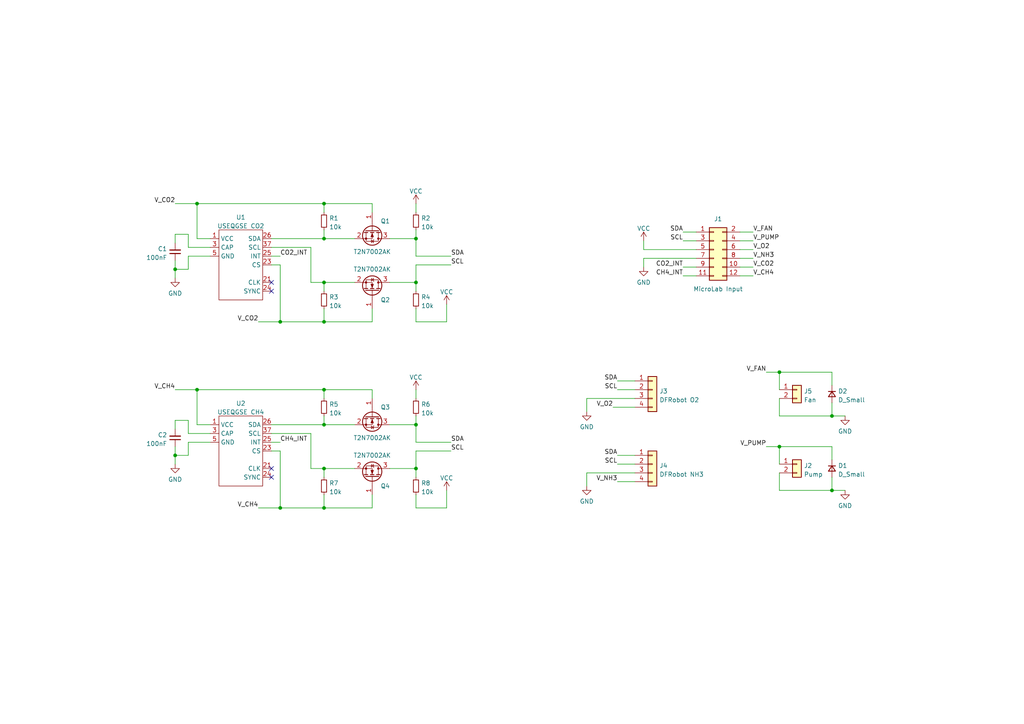
<source format=kicad_sch>
(kicad_sch (version 20211123) (generator eeschema)
  (paper "A4")
  (lib_symbols
    (symbol "Connector_Generic:Conn_01x02" (pin_names (offset 1.016) hide)
      (property "Reference" "J" (at 0 2.54 0))
      (property "Value" "Conn_01x02" (at 0 -5.08 0))
      (symbol "Conn_01x02_1_1"
        (rectangle (start -1.27 -2.413) (end 0 -2.667) (stroke (width 0.1524)))
        (rectangle (start -1.27 0.127) (end 0 -0.127) (stroke (width 0.1524)))
        (rectangle (start -1.27 1.27) (end 1.27 -3.81) (stroke (width 0.254)) (fill (type background)))
        (pin passive line (at -5.08 0 0) (length 3.81) (name "Pin_1") (number "1"))
        (pin passive line (at -5.08 -2.54 0) (length 3.81) (name "Pin_2") (number "2"))
      )
    )
    (symbol "Connector_Generic:Conn_01x04" (pin_names (offset 1.016) hide)
      (property "Reference" "J" (at 0 5.08 0))
      (property "Value" "Conn_01x04" (at 0 -7.62 0))
      (symbol "Conn_01x04_1_1"
        (rectangle (start -1.27 -4.953) (end 0 -5.207) (stroke (width 0.1524)))
        (rectangle (start -1.27 -2.413) (end 0 -2.667) (stroke (width 0.1524)))
        (rectangle (start -1.27 0.127) (end 0 -0.127) (stroke (width 0.1524)))
        (rectangle (start -1.27 2.667) (end 0 2.413) (stroke (width 0.1524)))
        (rectangle (start -1.27 3.81) (end 1.27 -6.35) (stroke (width 0.254)) (fill (type background)))
        (pin passive line (at -5.08 2.54 0) (length 3.81) (name "Pin_1") (number "1"))
        (pin passive line (at -5.08 0 0) (length 3.81) (name "Pin_2") (number "2"))
        (pin passive line (at -5.08 -2.54 0) (length 3.81) (name "Pin_3") (number "3"))
        (pin passive line (at -5.08 -5.08 0) (length 3.81) (name "Pin_4") (number "4"))
      )
    )
    (symbol "Connector_Generic:Conn_02x06_Odd_Even" (pin_names (offset 1.016) hide)
      (property "Reference" "J" (at 1.27 7.62 0))
      (property "Value" "Conn_02x06_Odd_Even" (at 1.27 -10.16 0))
      (symbol "Conn_02x06_Odd_Even_1_1"
        (rectangle (start -1.27 -7.493) (end 0 -7.747) (stroke (width 0.1524)))
        (rectangle (start -1.27 -4.953) (end 0 -5.207) (stroke (width 0.1524)))
        (rectangle (start -1.27 -2.413) (end 0 -2.667) (stroke (width 0.1524)))
        (rectangle (start -1.27 0.127) (end 0 -0.127) (stroke (width 0.1524)))
        (rectangle (start -1.27 2.667) (end 0 2.413) (stroke (width 0.1524)))
        (rectangle (start -1.27 5.207) (end 0 4.953) (stroke (width 0.1524)))
        (rectangle (start -1.27 6.35) (end 3.81 -8.89) (stroke (width 0.254)) (fill (type background)))
        (rectangle (start 3.81 -7.493) (end 2.54 -7.747) (stroke (width 0.1524)))
        (rectangle (start 3.81 -4.953) (end 2.54 -5.207) (stroke (width 0.1524)))
        (rectangle (start 3.81 -2.413) (end 2.54 -2.667) (stroke (width 0.1524)))
        (rectangle (start 3.81 0.127) (end 2.54 -0.127) (stroke (width 0.1524)))
        (rectangle (start 3.81 2.667) (end 2.54 2.413) (stroke (width 0.1524)))
        (rectangle (start 3.81 5.207) (end 2.54 4.953) (stroke (width 0.1524)))
        (pin passive line (at -5.08 5.08 0) (length 3.81) (name "Pin_1") (number "1"))
        (pin passive line (at 7.62 -5.08 180) (length 3.81) (name "Pin_10") (number "10"))
        (pin passive line (at -5.08 -7.62 0) (length 3.81) (name "Pin_11") (number "11"))
        (pin passive line (at 7.62 -7.62 180) (length 3.81) (name "Pin_12") (number "12"))
        (pin passive line (at 7.62 5.08 180) (length 3.81) (name "Pin_2") (number "2"))
        (pin passive line (at -5.08 2.54 0) (length 3.81) (name "Pin_3") (number "3"))
        (pin passive line (at 7.62 2.54 180) (length 3.81) (name "Pin_4") (number "4"))
        (pin passive line (at -5.08 0 0) (length 3.81) (name "Pin_5") (number "5"))
        (pin passive line (at 7.62 0 180) (length 3.81) (name "Pin_6") (number "6"))
        (pin passive line (at -5.08 -2.54 0) (length 3.81) (name "Pin_7") (number "7"))
        (pin passive line (at 7.62 -2.54 180) (length 3.81) (name "Pin_8") (number "8"))
        (pin passive line (at -5.08 -5.08 0) (length 3.81) (name "Pin_9") (number "9"))
      )
    )
    (symbol "Device:C_Small" (pin_numbers hide) (pin_names (offset 0.254) hide)
      (property "Reference" "C" (at 0.254 1.778 0))
      (property "Value" "C_Small" (at 0.254 -2.032 0))
      (symbol "C_Small_0_1"
        (polyline (pts (xy -1.524 -0.508) (xy 1.524 -0.508)) (stroke (width 0.3302)))
        (polyline (pts (xy -1.524 0.508) (xy 1.524 0.508)) (stroke (width 0.3048)))
      )
      (symbol "C_Small_1_1"
        (pin passive line (at 0 2.54 270) (length 2.032) (name "~") (number "1"))
        (pin passive line (at 0 -2.54 90) (length 2.032) (name "~") (number "2"))
      )
    )
    (symbol "Device:D_Small" (pin_numbers hide) (pin_names (offset 0.254) hide)
      (property "Reference" "D" (at -1.27 2.032 0))
      (property "Value" "D_Small" (at -3.81 -2.032 0))
      (symbol "D_Small_0_1"
        (polyline (pts (xy -0.762 -1.016) (xy -0.762 1.016)) (stroke (width 0.254)))
        (polyline (pts (xy -0.762 0) (xy 0.762 0)))
        (polyline (pts (xy 0.762 -1.016) (xy -0.762 0) (xy 0.762 1.016) (xy 0.762 -1.016)) (stroke (width 0.254)))
      )
      (symbol "D_Small_1_1"
        (pin passive line (at -2.54 0 0) (length 1.778) (name "K") (number "1"))
        (pin passive line (at 2.54 0 180) (length 1.778) (name "A") (number "2"))
      )
    )
    (symbol "Device:R_Small" (pin_numbers hide) (pin_names (offset 0.254) hide)
      (property "Reference" "R" (at 0.762 0.508 0))
      (property "Value" "R_Small" (at 0.762 -1.016 0))
      (symbol "R_Small_0_1"
        (rectangle (start -0.762 1.778) (end 0.762 -1.778) (stroke (width 0.2032)))
      )
      (symbol "R_Small_1_1"
        (pin passive line (at 0 2.54 270) (length 0.762) (name "~") (number "1"))
        (pin passive line (at 0 -2.54 90) (length 0.762) (name "~") (number "2"))
      )
    )
    (symbol "Transistor_FET:BSS138" (pin_names hide)
      (property "Reference" "Q" (at 5.08 1.905 0))
      (property "Value" "BSS138" (at 5.08 0 0))
      (symbol "BSS138_0_1"
        (polyline (pts (xy 0.254 0) (xy -2.54 0)))
        (polyline (pts (xy 0.254 1.905) (xy 0.254 -1.905)) (stroke (width 0.254)))
        (polyline (pts (xy 0.762 -1.27) (xy 0.762 -2.286)) (stroke (width 0.254)))
        (polyline (pts (xy 0.762 0.508) (xy 0.762 -0.508)) (stroke (width 0.254)))
        (polyline (pts (xy 0.762 2.286) (xy 0.762 1.27)) (stroke (width 0.254)))
        (polyline (pts (xy 2.54 2.54) (xy 2.54 1.778)))
        (polyline (pts (xy 2.54 -2.54) (xy 2.54 0) (xy 0.762 0)))
        (polyline (pts (xy 0.762 -1.778) (xy 3.302 -1.778) (xy 3.302 1.778) (xy 0.762 1.778)))
        (polyline (pts (xy 1.016 0) (xy 2.032 0.381) (xy 2.032 -0.381) (xy 1.016 0)) (fill (type outline)))
        (polyline (pts (xy 2.794 0.508) (xy 2.921 0.381) (xy 3.683 0.381) (xy 3.81 0.254)))
        (polyline (pts (xy 3.302 0.381) (xy 2.921 -0.254) (xy 3.683 -0.254) (xy 3.302 0.381)))
        (circle (center 1.651 0) (radius 2.794) (stroke (width 0.254)))
        (circle (center 2.54 -1.778) (radius 0.254) (fill (type outline)))
        (circle (center 2.54 1.778) (radius 0.254) (fill (type outline)))
      )
      (symbol "BSS138_1_1"
        (pin input line (at -5.08 0 0) (length 2.54) (name "G") (number "1"))
        (pin passive line (at 2.54 -5.08 90) (length 2.54) (name "S") (number "2"))
        (pin passive line (at 2.54 5.08 270) (length 2.54) (name "D") (number "3"))
      )
    )
    (symbol "USEQGSE:USEQGSE"
      (property "Reference" "U" (at 0 13.97 0))
      (property "Value" "USEQGSE" (at 0 11.43 0))
      (symbol "USEQGSE_0_1"
        (rectangle (start -6.35 10.16) (end 6.35 -10.16) (stroke (width 0.1524)))
      )
      (symbol "USEQGSE_1_1"
        (pin power_in line (at -8.89 7.62 0) (length 2.54) (name "VCC") (number "1"))
        (pin passive line (at -8.89 2.54 0) (length 2.54) hide (name "GND") (number "17"))
        (pin passive line (at -8.89 2.54 0) (length 2.54) hide (name "GND") (number "19"))
        (pin bidirectional line (at 8.89 -5.08 180) (length 2.54) (name "CLK") (number "21"))
        (pin input line (at 8.89 0 180) (length 2.54) (name "CS") (number "23"))
        (pin bidirectional line (at 8.89 -7.62 180) (length 2.54) (name "SYNC") (number "24"))
        (pin output line (at 8.89 2.54 180) (length 2.54) (name "INT") (number "25"))
        (pin bidirectional line (at 8.89 7.62 180) (length 2.54) (name "SDA") (number "26"))
        (pin passive line (at -8.89 2.54 0) (length 2.54) hide (name "GND") (number "28"))
        (pin passive line (at -8.89 2.54 0) (length 2.54) hide (name "GND") (number "29"))
        (pin power_in line (at -8.89 5.08 0) (length 2.54) (name "CAP") (number "3"))
        (pin passive line (at -8.89 2.54 0) (length 2.54) hide (name "GND") (number "30"))
        (pin input line (at 8.89 5.08 180) (length 2.54) (name "SCL") (number "37"))
        (pin power_in line (at -8.89 2.54 0) (length 2.54) (name "GND") (number "5"))
        (pin passive line (at -8.89 2.54 0) (length 2.54) hide (name "GND") (number "7"))
      )
    )
    (symbol "power:GND" (power) (pin_names (offset 0))
      (property "Value" "GND" (at 0 -3.81 0))
      (symbol "GND_0_1"
        (polyline (pts (xy 0 0) (xy 0 -1.27) (xy 1.27 -1.27) (xy 0 -2.54) (xy -1.27 -1.27) (xy 0 -1.27)))
      )
      (symbol "GND_1_1"
        (pin power_in line (at 0 0 270) (length 0) hide (name "GND") (number "1"))
      )
    )
    (symbol "power:VCC" (power) (pin_names (offset 0))
      (property "Value" "VCC" (at 0 3.81 0))
      (symbol "VCC_0_1"
        (polyline (pts (xy -0.762 1.27) (xy 0 2.54)))
        (polyline (pts (xy 0 0) (xy 0 2.54)))
        (polyline (pts (xy 0 2.54) (xy 0.762 1.27)))
      )
      (symbol "VCC_1_1"
        (pin power_in line (at 0 0 90) (length 0) hide (name "VCC") (number "1"))
      )
    )
  )
  (junction (at 57.15 113.03))
  (junction (at 120.65 135.89))
  (junction (at 93.98 113.03))
  (junction (at 93.98 135.89))
  (junction (at 93.98 147.32))
  (junction (at 120.65 81.915))
  (junction (at 93.98 123.19))
  (junction (at 226.06 129.54))
  (junction (at 81.28 147.32))
  (junction (at 226.06 107.95))
  (junction (at 120.65 69.215))
  (junction (at 241.3 120.65))
  (junction (at 120.65 123.19))
  (junction (at 57.15 59.055))
  (junction (at 93.98 59.055))
  (junction (at 50.8 132.08))
  (junction (at 81.28 93.345))
  (junction (at 50.8 78.105))
  (junction (at 241.3 142.24))
  (junction (at 93.98 69.215))
  (junction (at 93.98 93.345))
  (junction (at 93.98 81.915))
  (no_connect (at 78.74 81.915))
  (no_connect (at 78.74 84.455))
  (no_connect (at 78.74 135.89))
  (no_connect (at 78.74 138.43))
  (wire (pts (xy 113.03 69.215) (xy 120.65 69.215)))
  (wire (pts (xy 57.15 113.03) (xy 93.98 113.03)))
  (wire (pts (xy 60.96 128.27) (xy 54.61 128.27)))
  (wire (pts (xy 57.15 123.19) (xy 57.15 113.03)))
  (wire (pts (xy 241.3 111.76) (xy 241.3 107.95)))
  (wire (pts (xy 50.8 78.105) (xy 50.8 80.645)))
  (wire (pts (xy 120.65 74.295) (xy 130.81 74.295)))
  (wire (pts (xy 107.95 59.055) (xy 107.95 61.595)))
  (wire (pts (xy 81.28 130.81) (xy 81.28 147.32)))
  (wire (pts (xy 74.93 147.32) (xy 81.28 147.32)))
  (wire (pts (xy 78.74 123.19) (xy 93.98 123.19)))
  (wire (pts (xy 78.74 130.81) (xy 81.28 130.81)))
  (wire (pts (xy 214.63 69.85) (xy 218.44 69.85)))
  (wire (pts (xy 241.3 120.65) (xy 245.11 120.65)))
  (wire (pts (xy 54.61 125.73) (xy 54.61 121.92)))
  (wire (pts (xy 184.15 137.16) (xy 170.18 137.16)))
  (wire (pts (xy 113.03 135.89) (xy 120.65 135.89)))
  (wire (pts (xy 241.3 138.43) (xy 241.3 142.24)))
  (wire (pts (xy 107.95 93.345) (xy 93.98 93.345)))
  (wire (pts (xy 50.8 121.92) (xy 50.8 124.46)))
  (wire (pts (xy 107.95 143.51) (xy 107.95 147.32)))
  (wire (pts (xy 186.69 72.39) (xy 201.93 72.39)))
  (wire (pts (xy 93.98 135.89) (xy 102.87 135.89)))
  (wire (pts (xy 170.18 137.16) (xy 170.18 140.97)))
  (wire (pts (xy 214.63 80.01) (xy 218.44 80.01)))
  (wire (pts (xy 226.06 129.54) (xy 226.06 134.62)))
  (wire (pts (xy 93.98 113.03) (xy 107.95 113.03)))
  (wire (pts (xy 130.81 76.835) (xy 120.65 76.835)))
  (wire (pts (xy 93.98 59.055) (xy 93.98 61.595)))
  (wire (pts (xy 214.63 77.47) (xy 218.44 77.47)))
  (wire (pts (xy 241.3 133.35) (xy 241.3 129.54)))
  (wire (pts (xy 226.06 120.65) (xy 241.3 120.65)))
  (wire (pts (xy 54.61 74.295) (xy 54.61 78.105)))
  (wire (pts (xy 241.3 116.84) (xy 241.3 120.65)))
  (wire (pts (xy 120.65 135.89) (xy 120.65 138.43)))
  (wire (pts (xy 50.8 132.08) (xy 50.8 134.62)))
  (wire (pts (xy 198.12 69.85) (xy 201.93 69.85)))
  (wire (pts (xy 60.96 125.73) (xy 54.61 125.73)))
  (wire (pts (xy 201.93 74.93) (xy 186.69 74.93)))
  (wire (pts (xy 78.74 128.27) (xy 81.28 128.27)))
  (wire (pts (xy 184.15 115.57) (xy 170.18 115.57)))
  (wire (pts (xy 54.61 67.945) (xy 50.8 67.945)))
  (wire (pts (xy 50.8 113.03) (xy 57.15 113.03)))
  (wire (pts (xy 54.61 128.27) (xy 54.61 132.08)))
  (wire (pts (xy 90.17 135.89) (xy 93.98 135.89)))
  (wire (pts (xy 60.96 71.755) (xy 54.61 71.755)))
  (wire (pts (xy 120.65 123.19) (xy 120.65 128.27)))
  (wire (pts (xy 186.69 74.93) (xy 186.69 77.47)))
  (wire (pts (xy 93.98 59.055) (xy 107.95 59.055)))
  (wire (pts (xy 57.15 59.055) (xy 93.98 59.055)))
  (wire (pts (xy 107.95 113.03) (xy 107.95 115.57)))
  (wire (pts (xy 214.63 67.31) (xy 218.44 67.31)))
  (wire (pts (xy 179.07 132.08) (xy 184.15 132.08)))
  (wire (pts (xy 226.06 142.24) (xy 241.3 142.24)))
  (wire (pts (xy 74.93 93.345) (xy 81.28 93.345)))
  (wire (pts (xy 50.8 132.08) (xy 54.61 132.08)))
  (wire (pts (xy 50.8 132.08) (xy 50.8 129.54)))
  (wire (pts (xy 78.74 71.755) (xy 90.17 71.755)))
  (wire (pts (xy 120.65 130.81) (xy 120.65 135.89)))
  (wire (pts (xy 120.65 89.535) (xy 120.65 93.345)))
  (wire (pts (xy 50.8 78.105) (xy 50.8 75.565)))
  (wire (pts (xy 179.07 110.49) (xy 184.15 110.49)))
  (wire (pts (xy 93.98 138.43) (xy 93.98 135.89)))
  (wire (pts (xy 78.74 69.215) (xy 93.98 69.215)))
  (wire (pts (xy 93.98 69.215) (xy 102.87 69.215)))
  (wire (pts (xy 226.06 107.95) (xy 241.3 107.95)))
  (wire (pts (xy 170.18 115.57) (xy 170.18 119.38)))
  (wire (pts (xy 120.65 69.215) (xy 120.65 66.675)))
  (wire (pts (xy 120.65 81.915) (xy 120.65 84.455)))
  (wire (pts (xy 129.54 142.24) (xy 129.54 147.32)))
  (wire (pts (xy 107.95 89.535) (xy 107.95 93.345)))
  (wire (pts (xy 93.98 113.03) (xy 93.98 115.57)))
  (wire (pts (xy 54.61 121.92) (xy 50.8 121.92)))
  (wire (pts (xy 179.07 134.62) (xy 184.15 134.62)))
  (wire (pts (xy 130.81 130.81) (xy 120.65 130.81)))
  (wire (pts (xy 93.98 143.51) (xy 93.98 147.32)))
  (wire (pts (xy 78.74 74.295) (xy 81.28 74.295)))
  (wire (pts (xy 179.07 113.03) (xy 184.15 113.03)))
  (wire (pts (xy 198.12 77.47) (xy 201.93 77.47)))
  (wire (pts (xy 226.06 137.16) (xy 226.06 142.24)))
  (wire (pts (xy 222.25 107.95) (xy 226.06 107.95)))
  (wire (pts (xy 93.98 89.535) (xy 93.98 93.345)))
  (wire (pts (xy 90.17 71.755) (xy 90.17 81.915)))
  (wire (pts (xy 120.65 128.27) (xy 130.81 128.27)))
  (wire (pts (xy 218.44 72.39) (xy 214.63 72.39)))
  (wire (pts (xy 226.06 129.54) (xy 241.3 129.54)))
  (wire (pts (xy 93.98 81.915) (xy 102.87 81.915)))
  (wire (pts (xy 120.65 76.835) (xy 120.65 81.915)))
  (wire (pts (xy 226.06 107.95) (xy 226.06 113.03)))
  (wire (pts (xy 107.95 147.32) (xy 93.98 147.32)))
  (wire (pts (xy 93.98 123.19) (xy 102.87 123.19)))
  (wire (pts (xy 120.65 147.32) (xy 129.54 147.32)))
  (wire (pts (xy 81.28 93.345) (xy 93.98 93.345)))
  (wire (pts (xy 120.65 143.51) (xy 120.65 147.32)))
  (wire (pts (xy 113.03 123.19) (xy 120.65 123.19)))
  (wire (pts (xy 120.65 69.215) (xy 120.65 74.295)))
  (wire (pts (xy 90.17 125.73) (xy 90.17 135.89)))
  (wire (pts (xy 60.96 74.295) (xy 54.61 74.295)))
  (wire (pts (xy 198.12 67.31) (xy 201.93 67.31)))
  (wire (pts (xy 81.28 76.835) (xy 81.28 93.345)))
  (wire (pts (xy 241.3 142.24) (xy 245.11 142.24)))
  (wire (pts (xy 179.07 139.7) (xy 184.15 139.7)))
  (wire (pts (xy 120.65 93.345) (xy 129.54 93.345)))
  (wire (pts (xy 222.25 129.54) (xy 226.06 129.54)))
  (wire (pts (xy 78.74 76.835) (xy 81.28 76.835)))
  (wire (pts (xy 186.69 69.85) (xy 186.69 72.39)))
  (wire (pts (xy 50.8 67.945) (xy 50.8 70.485)))
  (wire (pts (xy 129.54 88.265) (xy 129.54 93.345)))
  (wire (pts (xy 113.03 81.915) (xy 120.65 81.915)))
  (wire (pts (xy 198.12 80.01) (xy 201.93 80.01)))
  (wire (pts (xy 120.65 113.03) (xy 120.65 115.57)))
  (wire (pts (xy 226.06 115.57) (xy 226.06 120.65)))
  (wire (pts (xy 214.63 74.93) (xy 218.44 74.93)))
  (wire (pts (xy 90.17 81.915) (xy 93.98 81.915)))
  (wire (pts (xy 120.65 59.055) (xy 120.65 61.595)))
  (wire (pts (xy 54.61 71.755) (xy 54.61 67.945)))
  (wire (pts (xy 57.15 69.215) (xy 57.15 59.055)))
  (wire (pts (xy 50.8 59.055) (xy 57.15 59.055)))
  (wire (pts (xy 93.98 120.65) (xy 93.98 123.19)))
  (wire (pts (xy 93.98 66.675) (xy 93.98 69.215)))
  (wire (pts (xy 120.65 123.19) (xy 120.65 120.65)))
  (wire (pts (xy 78.74 125.73) (xy 90.17 125.73)))
  (wire (pts (xy 50.8 78.105) (xy 54.61 78.105)))
  (wire (pts (xy 177.8 118.11) (xy 184.15 118.11)))
  (wire (pts (xy 93.98 84.455) (xy 93.98 81.915)))
  (wire (pts (xy 60.96 69.215) (xy 57.15 69.215)))
  (wire (pts (xy 81.28 147.32) (xy 93.98 147.32)))
  (wire (pts (xy 60.96 123.19) (xy 57.15 123.19)))
  (label "V_O2" (at 218.44 72.39 0))
  (label "CH4_INT" (at 198.12 80.01 180))
  (label "V_FAN" (at 218.44 67.31 0))
  (label "SCL" (at 130.81 76.835 0))
  (label "SDA" (at 179.07 132.08 180))
  (label "V_CH4" (at 74.93 147.32 180))
  (label "V_CO2" (at 74.93 93.345 180))
  (label "SDA" (at 179.07 110.49 180))
  (label "CH4_INT" (at 81.28 128.27 0))
  (label "V_FAN" (at 222.25 107.95 180))
  (label "SCL" (at 179.07 113.03 180))
  (label "V_CH4" (at 218.44 80.01 0))
  (label "V_CO2" (at 50.8 59.055 180))
  (label "V_CH4" (at 50.8 113.03 180))
  (label "V_O2" (at 177.8 118.11 180))
  (label "V_PUMP" (at 218.44 69.85 0))
  (label "V_NH3" (at 179.07 139.7 180))
  (label "SCL" (at 198.12 69.85 180))
  (label "V_CO2" (at 218.44 77.47 0))
  (label "V_NH3" (at 218.44 74.93 0))
  (label "CO2_INT" (at 198.12 77.47 180))
  (label "SCL" (at 179.07 134.62 180))
  (label "CO2_INT" (at 81.28 74.295 0))
  (label "SDA" (at 130.81 74.295 0))
  (label "SDA" (at 198.12 67.31 180))
  (label "SDA" (at 130.81 128.27 0))
  (label "V_PUMP" (at 222.25 129.54 180))
  (label "SCL" (at 130.81 130.81 0))
  (symbol (lib_id "power:VCC") (at 129.54 88.265 0) (unit 1)
    (property "Reference" "#PWR0105" (effects hide))
    (property "Value" "VCC" (at 129.54 84.6892 0))
  )
  (symbol (lib_id "Device:C_Small") (at 50.8 73.025 0) (mirror x) (unit 1)
    (property "Reference" "C1" (at 48.4759 72.1839 0) (effects (justify right)))
    (property "Value" "100nF" (at 48.4759 74.7208 0) (effects (justify right)))
    (property "Footprint" "Capacitor_SMD:C_0603_1608Metric" (effects hide))
  )
  (symbol (lib_id "Transistor_FET:BSS138") (at 107.95 120.65 270) (unit 1)
    (property "Reference" "Q3" (at 111.76 118.11 90))
    (property "Value" "T2N7002AK" (at 107.95 127 90))
    (property "Footprint" "Package_TO_SOT_SMD:SOT-23" (effects hide))
    (property "Datasheet" "https://www.onsemi.com/pub/Collateral/BSS138-D.PDF" (effects hide))
  )
  (symbol (lib_id "Device:R_Small") (at 93.98 86.995 0) (unit 1)
    (property "Reference" "R3" (at 95.4786 86.1603 0) (effects (justify left)))
    (property "Value" "10k" (at 95.4786 88.6972 0) (effects (justify left)))
    (property "Footprint" "Resistor_SMD:R_0603_1608Metric" (effects hide))
  )
  (symbol (lib_id "Device:C_Small") (at 50.8 127 0) (mirror x) (unit 1)
    (property "Reference" "C2" (at 48.4759 126.1589 0) (effects (justify right)))
    (property "Value" "100nF" (at 48.4759 128.6958 0) (effects (justify right)))
    (property "Footprint" "Capacitor_SMD:C_0603_1608Metric" (effects hide))
  )
  (symbol (lib_id "Connector_Generic:Conn_01x04") (at 189.23 113.03 0) (unit 1)
    (property "Reference" "J3" (at 191.262 113.4653 0) (effects (justify left)))
    (property "Value" "DFRobot O2" (at 191.262 116.0022 0) (effects (justify left)))
    (property "Footprint" "Connector_PinSocket_2.54mm:PinSocket_1x04_P2.54mm_Vertical" (effects hide))
  )
  (symbol (lib_id "power:GND") (at 245.11 142.24 0) (unit 1)
    (property "Reference" "#PWR0101" (effects hide))
    (property "Value" "GND" (at 245.11 146.6834 0))
  )
  (symbol (lib_id "power:VCC") (at 120.65 59.055 0) (unit 1)
    (property "Reference" "#PWR0106" (effects hide))
    (property "Value" "VCC" (at 120.65 55.4792 0))
  )
  (symbol (lib_id "power:GND") (at 170.18 119.38 0) (unit 1)
    (property "Reference" "#PWR0102" (effects hide))
    (property "Value" "GND" (at 170.18 123.8234 0))
  )
  (symbol (lib_id "Device:D_Small") (at 241.3 135.89 270) (unit 1)
    (property "Reference" "D1" (at 243.078 135.0553 90) (effects (justify left)))
    (property "Value" "D_Small" (at 243.078 137.5922 90) (effects (justify left)))
    (property "Footprint" "Diode_SMD:D_0603_1608Metric" (effects hide))
  )
  (symbol (lib_id "power:GND") (at 50.8 80.645 0) (unit 1)
    (property "Reference" "#PWR0107" (effects hide))
    (property "Value" "GND" (at 50.8 85.0884 0))
  )
  (symbol (lib_id "Device:D_Small") (at 241.3 114.3 270) (unit 1)
    (property "Reference" "D2" (at 243.078 113.4653 90) (effects (justify left)))
    (property "Value" "D_Small" (at 243.078 116.0022 90) (effects (justify left)))
    (property "Footprint" "Diode_SMD:D_0603_1608Metric" (effects hide))
  )
  (symbol (lib_id "power:VCC") (at 129.54 142.24 0) (unit 1)
    (property "Reference" "#PWR0109" (effects hide))
    (property "Value" "VCC" (at 129.54 138.6642 0))
  )
  (symbol (lib_id "power:GND") (at 50.8 134.62 0) (unit 1)
    (property "Reference" "#PWR0110" (effects hide))
    (property "Value" "GND" (at 50.8 139.0634 0))
  )
  (symbol (lib_id "Device:R_Small") (at 120.65 86.995 0) (unit 1)
    (property "Reference" "R4" (at 122.1486 86.1603 0) (effects (justify left)))
    (property "Value" "10k" (at 122.1486 88.6972 0) (effects (justify left)))
    (property "Footprint" "Resistor_SMD:R_0603_1608Metric" (effects hide))
  )
  (symbol (lib_id "Transistor_FET:BSS138") (at 107.95 138.43 270) (mirror x) (unit 1)
    (property "Reference" "Q4" (at 111.76 140.97 90))
    (property "Value" "T2N7002AK" (at 107.95 132.08 90))
    (property "Footprint" "Package_TO_SOT_SMD:SOT-23" (effects hide))
    (property "Datasheet" "https://www.onsemi.com/pub/Collateral/BSS138-D.PDF" (effects hide))
  )
  (symbol (lib_id "power:VCC") (at 120.65 113.03 0) (unit 1)
    (property "Reference" "#PWR0108" (effects hide))
    (property "Value" "VCC" (at 120.65 109.4542 0))
  )
  (symbol (lib_id "USEQGSE:USEQGSE") (at 69.85 130.81 0) (unit 1)
    (property "Reference" "U2" (at 69.85 117.001 0))
    (property "Value" "USEQGSE CH4" (at 69.85 119.5379 0))
    (property "Footprint" "USEQGSE:USEQGSE" (effects hide))
  )
  (symbol (lib_id "Connector_Generic:Conn_02x06_Odd_Even") (at 207.01 72.39 0) (unit 1)
    (property "Reference" "J1" (at 208.28 63.5 0))
    (property "Value" "MicroLab Input" (at 208.28 83.82 0))
    (property "Footprint" "Connector_PinSocket_2.54mm:PinSocket_2x06_P2.54mm_Vertical" (effects hide))
  )
  (symbol (lib_id "Transistor_FET:BSS138") (at 107.95 84.455 270) (mirror x) (unit 1)
    (property "Reference" "Q2" (at 111.76 86.995 90))
    (property "Value" "T2N7002AK" (at 107.95 78.105 90))
    (property "Footprint" "Package_TO_SOT_SMD:SOT-23" (effects hide))
    (property "Datasheet" "https://www.onsemi.com/pub/Collateral/BSS138-D.PDF" (effects hide))
  )
  (symbol (lib_id "power:GND") (at 170.18 140.97 0) (unit 1)
    (property "Reference" "#PWR0111" (effects hide))
    (property "Value" "GND" (at 170.18 145.4134 0))
  )
  (symbol (lib_id "power:GND") (at 245.11 120.65 0) (unit 1)
    (property "Reference" "#PWR0112" (effects hide))
    (property "Value" "GND" (at 245.11 125.0934 0))
  )
  (symbol (lib_id "Connector_Generic:Conn_01x02") (at 231.14 134.62 0) (unit 1)
    (property "Reference" "J2" (at 233.172 135.0553 0) (effects (justify left)))
    (property "Value" "Pump" (at 233.172 137.5922 0) (effects (justify left)))
    (property "Footprint" "Connector_PinSocket_2.54mm:PinSocket_1x02_P2.54mm_Vertical" (effects hide))
  )
  (symbol (lib_id "Connector_Generic:Conn_01x02") (at 231.14 113.03 0) (unit 1)
    (property "Reference" "J5" (at 233.172 113.4653 0) (effects (justify left)))
    (property "Value" "Fan" (at 233.172 116.0022 0) (effects (justify left)))
    (property "Footprint" "Connector_PinSocket_2.54mm:PinSocket_1x02_P2.54mm_Vertical" (effects hide))
  )
  (symbol (lib_id "Device:R_Small") (at 120.65 64.135 0) (unit 1)
    (property "Reference" "R2" (at 122.1486 63.3003 0) (effects (justify left)))
    (property "Value" "10k" (at 122.1486 65.8372 0) (effects (justify left)))
    (property "Footprint" "Resistor_SMD:R_0603_1608Metric" (effects hide))
  )
  (symbol (lib_id "Device:R_Small") (at 93.98 140.97 0) (unit 1)
    (property "Reference" "R7" (at 95.4786 140.1353 0) (effects (justify left)))
    (property "Value" "10k" (at 95.4786 142.6722 0) (effects (justify left)))
    (property "Footprint" "Resistor_SMD:R_0603_1608Metric" (effects hide))
  )
  (symbol (lib_id "Device:R_Small") (at 93.98 118.11 0) (unit 1)
    (property "Reference" "R5" (at 95.4786 117.2753 0) (effects (justify left)))
    (property "Value" "10k" (at 95.4786 119.8122 0) (effects (justify left)))
    (property "Footprint" "Resistor_SMD:R_0603_1608Metric" (effects hide))
  )
  (symbol (lib_id "Device:R_Small") (at 120.65 118.11 0) (unit 1)
    (property "Reference" "R6" (at 122.1486 117.2753 0) (effects (justify left)))
    (property "Value" "10k" (at 122.1486 119.8122 0) (effects (justify left)))
    (property "Footprint" "Resistor_SMD:R_0603_1608Metric" (effects hide))
  )
  (symbol (lib_id "Device:R_Small") (at 93.98 64.135 0) (unit 1)
    (property "Reference" "R1" (at 95.4786 63.3003 0) (effects (justify left)))
    (property "Value" "10k" (at 95.4786 65.8372 0) (effects (justify left)))
    (property "Footprint" "Resistor_SMD:R_0603_1608Metric" (effects hide))
  )
  (symbol (lib_id "Connector_Generic:Conn_01x04") (at 189.23 134.62 0) (unit 1)
    (property "Reference" "J4" (at 191.262 135.0553 0) (effects (justify left)))
    (property "Value" "DFRobot NH3" (at 191.262 137.5922 0) (effects (justify left)))
    (property "Footprint" "Connector_PinSocket_2.54mm:PinSocket_1x04_P2.54mm_Vertical" (effects hide))
  )
  (symbol (lib_id "USEQGSE:USEQGSE") (at 69.85 76.835 0) (unit 1)
    (property "Reference" "U1" (at 69.85 63.026 0))
    (property "Value" "USEQGSE CO2" (at 69.85 65.5629 0))
    (property "Footprint" "USEQGSE:USEQGSE" (effects hide))
  )
  (symbol (lib_id "power:GND") (at 186.69 77.47 0) (mirror y) (unit 1)
    (property "Reference" "#PWR0103" (effects hide))
    (property "Value" "GND" (at 186.69 81.9134 0))
  )
  (symbol (lib_id "Transistor_FET:BSS138") (at 107.95 66.675 270) (unit 1)
    (property "Reference" "Q1" (at 111.76 64.135 90))
    (property "Value" "T2N7002AK" (at 107.95 73.025 90))
    (property "Footprint" "Package_TO_SOT_SMD:SOT-23" (effects hide))
    (property "Datasheet" "https://www.onsemi.com/pub/Collateral/BSS138-D.PDF" (effects hide))
  )
  (symbol (lib_id "Device:R_Small") (at 120.65 140.97 0) (unit 1)
    (property "Reference" "R8" (at 122.1486 140.1353 0) (effects (justify left)))
    (property "Value" "10k" (at 122.1486 142.6722 0) (effects (justify left)))
    (property "Footprint" "Resistor_SMD:R_0603_1608Metric" (effects hide))
  )
  (symbol (lib_id "power:VCC") (at 186.69 69.85 0) (unit 1)
    (property "Reference" "#PWR0104" (effects hide))
    (property "Value" "VCC" (at 186.69 66.2742 0))
  )
)
</source>
